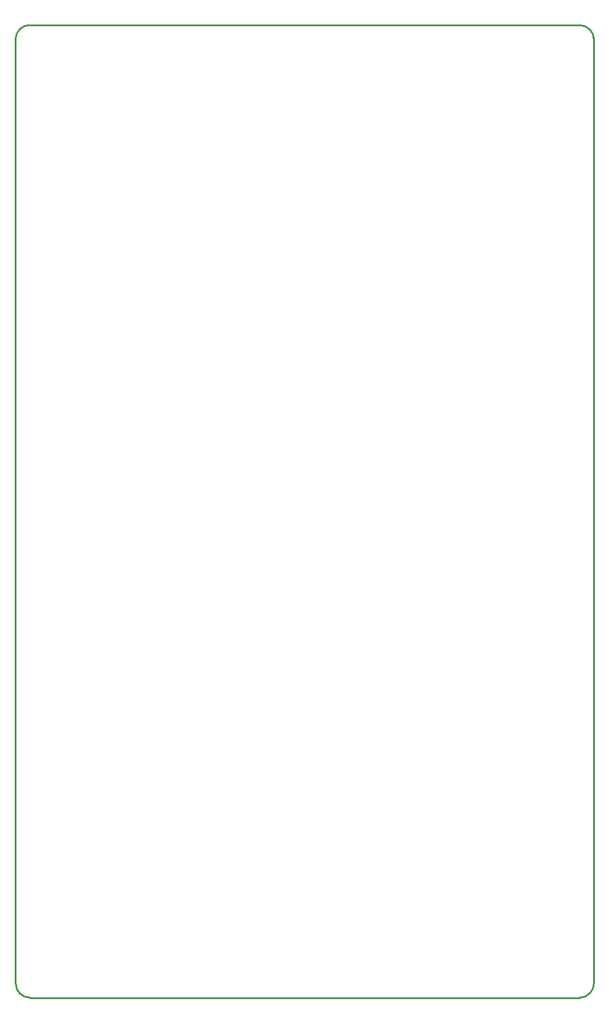
<source format=gko>
G04 Layer_Color=16711935*
%FSLAX24Y24*%
%MOIN*%
G70*
G01*
G75*
%ADD26C,0.0100*%
D26*
X22037Y58931D02*
G03*
X21250Y58144I0J-787D01*
G01*
X51968Y5906D02*
G03*
X52756Y6693I0J787D01*
G01*
X21260D02*
G03*
X22047Y5906I787J0D01*
G01*
X52756Y58134D02*
G03*
X51968Y58921I-787J0D01*
G01*
X22047Y5906D02*
X51968D01*
X22037Y58931D02*
X51968Y58921D01*
X21250Y6660D02*
Y58144D01*
X52756Y6693D02*
Y58250D01*
M02*

</source>
